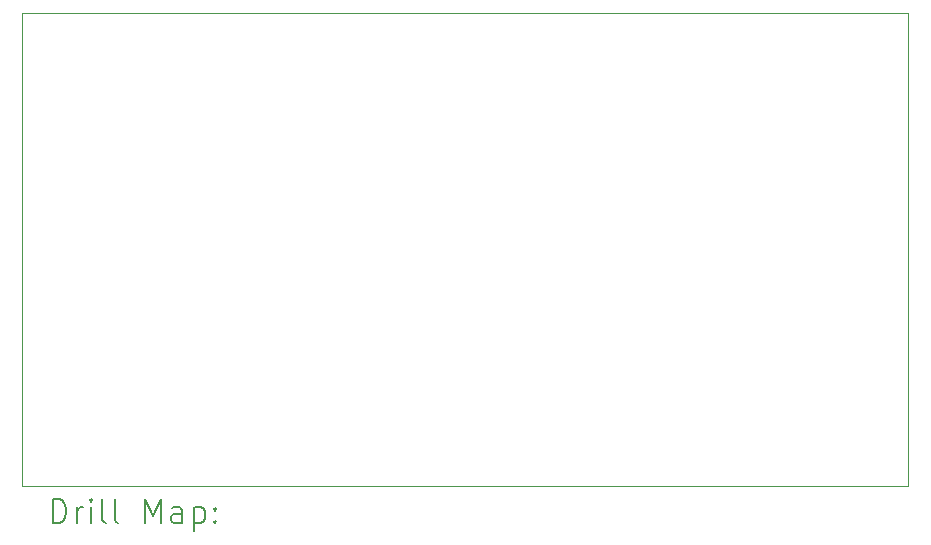
<source format=gbr>
%TF.GenerationSoftware,KiCad,Pcbnew,8.0.5*%
%TF.CreationDate,2024-11-23T14:45:13-05:00*%
%TF.ProjectId,wesp_card_access,77657370-5f63-4617-9264-5f6163636573,rev?*%
%TF.SameCoordinates,Original*%
%TF.FileFunction,Drillmap*%
%TF.FilePolarity,Positive*%
%FSLAX45Y45*%
G04 Gerber Fmt 4.5, Leading zero omitted, Abs format (unit mm)*
G04 Created by KiCad (PCBNEW 8.0.5) date 2024-11-23 14:45:13*
%MOMM*%
%LPD*%
G01*
G04 APERTURE LIST*
%ADD10C,0.050000*%
%ADD11C,0.200000*%
G04 APERTURE END LIST*
D10*
X10150000Y-7938750D02*
X17650000Y-7938750D01*
X17650000Y-11938750D01*
X10150000Y-11938750D01*
X10150000Y-7938750D01*
D11*
X10408277Y-12252734D02*
X10408277Y-12052734D01*
X10408277Y-12052734D02*
X10455896Y-12052734D01*
X10455896Y-12052734D02*
X10484467Y-12062258D01*
X10484467Y-12062258D02*
X10503515Y-12081305D01*
X10503515Y-12081305D02*
X10513039Y-12100353D01*
X10513039Y-12100353D02*
X10522563Y-12138448D01*
X10522563Y-12138448D02*
X10522563Y-12167019D01*
X10522563Y-12167019D02*
X10513039Y-12205115D01*
X10513039Y-12205115D02*
X10503515Y-12224162D01*
X10503515Y-12224162D02*
X10484467Y-12243210D01*
X10484467Y-12243210D02*
X10455896Y-12252734D01*
X10455896Y-12252734D02*
X10408277Y-12252734D01*
X10608277Y-12252734D02*
X10608277Y-12119400D01*
X10608277Y-12157496D02*
X10617801Y-12138448D01*
X10617801Y-12138448D02*
X10627324Y-12128924D01*
X10627324Y-12128924D02*
X10646372Y-12119400D01*
X10646372Y-12119400D02*
X10665420Y-12119400D01*
X10732086Y-12252734D02*
X10732086Y-12119400D01*
X10732086Y-12052734D02*
X10722563Y-12062258D01*
X10722563Y-12062258D02*
X10732086Y-12071781D01*
X10732086Y-12071781D02*
X10741610Y-12062258D01*
X10741610Y-12062258D02*
X10732086Y-12052734D01*
X10732086Y-12052734D02*
X10732086Y-12071781D01*
X10855896Y-12252734D02*
X10836848Y-12243210D01*
X10836848Y-12243210D02*
X10827324Y-12224162D01*
X10827324Y-12224162D02*
X10827324Y-12052734D01*
X10960658Y-12252734D02*
X10941610Y-12243210D01*
X10941610Y-12243210D02*
X10932086Y-12224162D01*
X10932086Y-12224162D02*
X10932086Y-12052734D01*
X11189229Y-12252734D02*
X11189229Y-12052734D01*
X11189229Y-12052734D02*
X11255896Y-12195591D01*
X11255896Y-12195591D02*
X11322562Y-12052734D01*
X11322562Y-12052734D02*
X11322562Y-12252734D01*
X11503515Y-12252734D02*
X11503515Y-12147972D01*
X11503515Y-12147972D02*
X11493991Y-12128924D01*
X11493991Y-12128924D02*
X11474943Y-12119400D01*
X11474943Y-12119400D02*
X11436848Y-12119400D01*
X11436848Y-12119400D02*
X11417801Y-12128924D01*
X11503515Y-12243210D02*
X11484467Y-12252734D01*
X11484467Y-12252734D02*
X11436848Y-12252734D01*
X11436848Y-12252734D02*
X11417801Y-12243210D01*
X11417801Y-12243210D02*
X11408277Y-12224162D01*
X11408277Y-12224162D02*
X11408277Y-12205115D01*
X11408277Y-12205115D02*
X11417801Y-12186067D01*
X11417801Y-12186067D02*
X11436848Y-12176543D01*
X11436848Y-12176543D02*
X11484467Y-12176543D01*
X11484467Y-12176543D02*
X11503515Y-12167019D01*
X11598753Y-12119400D02*
X11598753Y-12319400D01*
X11598753Y-12128924D02*
X11617801Y-12119400D01*
X11617801Y-12119400D02*
X11655896Y-12119400D01*
X11655896Y-12119400D02*
X11674943Y-12128924D01*
X11674943Y-12128924D02*
X11684467Y-12138448D01*
X11684467Y-12138448D02*
X11693991Y-12157496D01*
X11693991Y-12157496D02*
X11693991Y-12214638D01*
X11693991Y-12214638D02*
X11684467Y-12233686D01*
X11684467Y-12233686D02*
X11674943Y-12243210D01*
X11674943Y-12243210D02*
X11655896Y-12252734D01*
X11655896Y-12252734D02*
X11617801Y-12252734D01*
X11617801Y-12252734D02*
X11598753Y-12243210D01*
X11779705Y-12233686D02*
X11789229Y-12243210D01*
X11789229Y-12243210D02*
X11779705Y-12252734D01*
X11779705Y-12252734D02*
X11770182Y-12243210D01*
X11770182Y-12243210D02*
X11779705Y-12233686D01*
X11779705Y-12233686D02*
X11779705Y-12252734D01*
X11779705Y-12128924D02*
X11789229Y-12138448D01*
X11789229Y-12138448D02*
X11779705Y-12147972D01*
X11779705Y-12147972D02*
X11770182Y-12138448D01*
X11770182Y-12138448D02*
X11779705Y-12128924D01*
X11779705Y-12128924D02*
X11779705Y-12147972D01*
M02*

</source>
